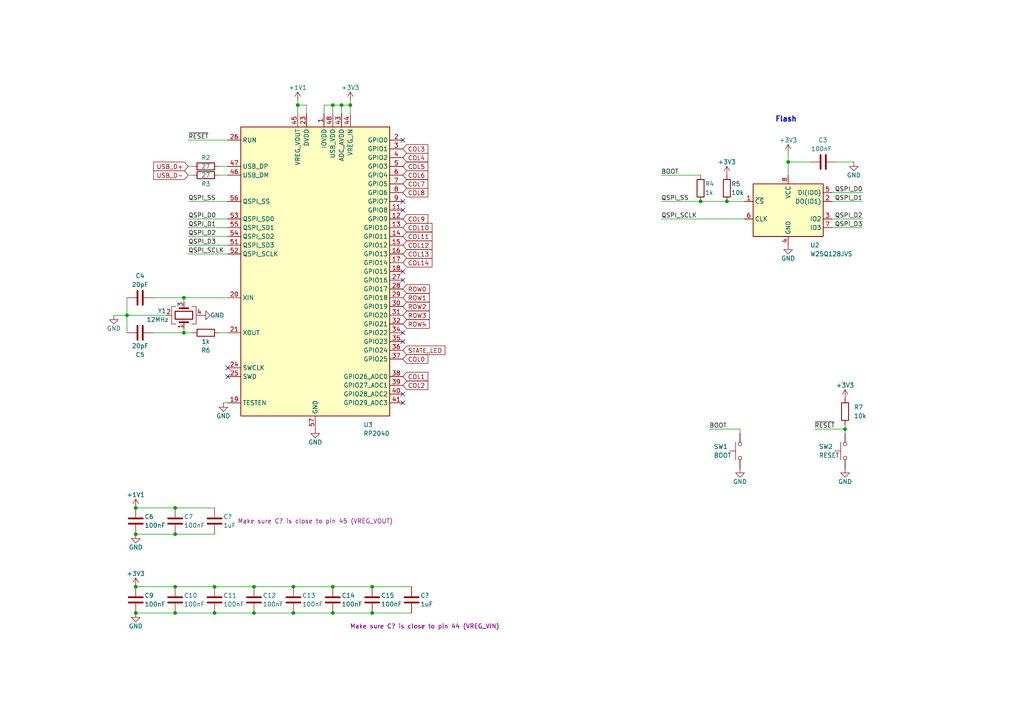
<source format=kicad_sch>
(kicad_sch (version 20230121) (generator eeschema)
  (paper "A4")
  (lib_symbols
    (symbol "Device:C" (pin_numbers hide) (pin_names (offset 0.254))
      (property "Reference" "C" (at 0.635 2.54 0))
      (property "Value" "C" (at 0.635 -2.54 0))
      (symbol "C_0_1"
        (polyline (pts (xy -2.032 -0.762) (xy 2.032 -0.762)) (stroke (width 0.508)))
        (polyline (pts (xy -2.032 0.762) (xy 2.032 0.762)) (stroke (width 0.508)))
      )
      (symbol "C_1_1"
        (pin passive line (at 0 3.81 270) (length 2.794) (name "~") (number "1"))
        (pin passive line (at 0 -3.81 90) (length 2.794) (name "~") (number "2"))
      )
    )
    (symbol "Device:Crystal_GND24" (pin_names (offset 1.016) hide)
      (property "Reference" "Y" (at 3.175 5.08 0))
      (property "Value" "Crystal_GND24" (at 3.175 3.175 0))
      (symbol "Crystal_GND24_0_1"
        (rectangle (start -1.143 2.54) (end 1.143 -2.54) (stroke (width 0.3048)))
        (polyline (pts (xy -2.54 0) (xy -2.032 0)))
        (polyline (pts (xy -2.032 -1.27) (xy -2.032 1.27)) (stroke (width 0.508)))
        (polyline (pts (xy 0 -3.81) (xy 0 -3.556)))
        (polyline (pts (xy 0 3.556) (xy 0 3.81)))
        (polyline (pts (xy 2.032 -1.27) (xy 2.032 1.27)) (stroke (width 0.508)))
        (polyline (pts (xy 2.032 0) (xy 2.54 0)))
        (polyline (pts (xy -2.54 -2.286) (xy -2.54 -3.556) (xy 2.54 -3.556) (xy 2.54 -2.286)))
        (polyline (pts (xy -2.54 2.286) (xy -2.54 3.556) (xy 2.54 3.556) (xy 2.54 2.286)))
      )
      (symbol "Crystal_GND24_1_1"
        (pin passive line (at -3.81 0 0) (length 1.27) (name "1") (number "1"))
        (pin passive line (at 0 5.08 270) (length 1.27) (name "2") (number "2"))
        (pin passive line (at 3.81 0 180) (length 1.27) (name "3") (number "3"))
        (pin passive line (at 0 -5.08 90) (length 1.27) (name "4") (number "4"))
      )
    )
    (symbol "Device:R" (pin_numbers hide) (pin_names (offset 0))
      (property "Reference" "R" (at 2.032 0 90))
      (property "Value" "R" (at 0 0 90))
      (symbol "R_0_1"
        (rectangle (start -1.016 -2.54) (end 1.016 2.54) (stroke (width 0.254)))
      )
      (symbol "R_1_1"
        (pin passive line (at 0 3.81 270) (length 1.27) (name "~") (number "1"))
        (pin passive line (at 0 -3.81 90) (length 1.27) (name "~") (number "2"))
      )
    )
    (symbol "MCU_RaspberryPi:RP2040"
      (property "Reference" "U" (at 17.78 45.72 0))
      (property "Value" "RP2040" (at 17.78 43.18 0))
      (symbol "RP2040_0_1"
        (rectangle (start -21.59 41.91) (end 21.59 -41.91) (stroke (width 0.254)) (fill (type background)))
      )
      (symbol "RP2040_1_1"
        (pin power_in line (at 2.54 45.72 270) (length 3.81) (name "IOVDD") (number "1"))
        (pin passive line (at 2.54 45.72 270) (length 3.81) hide (name "IOVDD") (number "10"))
        (pin bidirectional line (at 25.4 17.78 180) (length 3.81) (name "GPIO8") (number "11"))
        (pin bidirectional line (at 25.4 15.24 180) (length 3.81) (name "GPIO9") (number "12"))
        (pin bidirectional line (at 25.4 12.7 180) (length 3.81) (name "GPIO10") (number "13"))
        (pin bidirectional line (at 25.4 10.16 180) (length 3.81) (name "GPIO11") (number "14"))
        (pin bidirectional line (at 25.4 7.62 180) (length 3.81) (name "GPIO12") (number "15"))
        (pin bidirectional line (at 25.4 5.08 180) (length 3.81) (name "GPIO13") (number "16"))
        (pin bidirectional line (at 25.4 2.54 180) (length 3.81) (name "GPIO14") (number "17"))
        (pin bidirectional line (at 25.4 0 180) (length 3.81) (name "GPIO15") (number "18"))
        (pin input line (at -25.4 -38.1 0) (length 3.81) (name "TESTEN") (number "19"))
        (pin bidirectional line (at 25.4 38.1 180) (length 3.81) (name "GPIO0") (number "2"))
        (pin input line (at -25.4 -7.62 0) (length 3.81) (name "XIN") (number "20"))
        (pin passive line (at -25.4 -17.78 0) (length 3.81) (name "XOUT") (number "21"))
        (pin passive line (at 2.54 45.72 270) (length 3.81) hide (name "IOVDD") (number "22"))
        (pin power_in line (at -2.54 45.72 270) (length 3.81) (name "DVDD") (number "23"))
        (pin output line (at -25.4 -27.94 0) (length 3.81) (name "SWCLK") (number "24"))
        (pin bidirectional line (at -25.4 -30.48 0) (length 3.81) (name "SWD") (number "25"))
        (pin input line (at -25.4 38.1 0) (length 3.81) (name "RUN") (number "26"))
        (pin bidirectional line (at 25.4 -2.54 180) (length 3.81) (name "GPIO16") (number "27"))
        (pin bidirectional line (at 25.4 -5.08 180) (length 3.81) (name "GPIO17") (number "28"))
        (pin bidirectional line (at 25.4 -7.62 180) (length 3.81) (name "GPIO18") (number "29"))
        (pin bidirectional line (at 25.4 35.56 180) (length 3.81) (name "GPIO1") (number "3"))
        (pin bidirectional line (at 25.4 -10.16 180) (length 3.81) (name "GPIO19") (number "30"))
        (pin bidirectional line (at 25.4 -12.7 180) (length 3.81) (name "GPIO20") (number "31"))
        (pin bidirectional line (at 25.4 -15.24 180) (length 3.81) (name "GPIO21") (number "32"))
        (pin passive line (at 2.54 45.72 270) (length 3.81) hide (name "IOVDD") (number "33"))
        (pin bidirectional line (at 25.4 -17.78 180) (length 3.81) (name "GPIO22") (number "34"))
        (pin bidirectional line (at 25.4 -20.32 180) (length 3.81) (name "GPIO23") (number "35"))
        (pin bidirectional line (at 25.4 -22.86 180) (length 3.81) (name "GPIO24") (number "36"))
        (pin bidirectional line (at 25.4 -25.4 180) (length 3.81) (name "GPIO25") (number "37"))
        (pin bidirectional line (at 25.4 -30.48 180) (length 3.81) (name "GPIO26_ADC0") (number "38"))
        (pin bidirectional line (at 25.4 -33.02 180) (length 3.81) (name "GPIO27_ADC1") (number "39"))
        (pin bidirectional line (at 25.4 33.02 180) (length 3.81) (name "GPIO2") (number "4"))
        (pin bidirectional line (at 25.4 -35.56 180) (length 3.81) (name "GPIO28_ADC2") (number "40"))
        (pin bidirectional line (at 25.4 -38.1 180) (length 3.81) (name "GPIO29_ADC3") (number "41"))
        (pin passive line (at 2.54 45.72 270) (length 3.81) hide (name "IOVDD") (number "42"))
        (pin power_in line (at 7.62 45.72 270) (length 3.81) (name "ADC_AVDD") (number "43"))
        (pin power_in line (at 10.16 45.72 270) (length 3.81) (name "VREG_IN") (number "44"))
        (pin power_out line (at -5.08 45.72 270) (length 3.81) (name "VREG_VOUT") (number "45"))
        (pin bidirectional line (at -25.4 27.94 0) (length 3.81) (name "USB_DM") (number "46"))
        (pin bidirectional line (at -25.4 30.48 0) (length 3.81) (name "USB_DP") (number "47"))
        (pin power_in line (at 5.08 45.72 270) (length 3.81) (name "USB_VDD") (number "48"))
        (pin passive line (at 2.54 45.72 270) (length 3.81) hide (name "IOVDD") (number "49"))
        (pin bidirectional line (at 25.4 30.48 180) (length 3.81) (name "GPIO3") (number "5"))
        (pin passive line (at -2.54 45.72 270) (length 3.81) hide (name "DVDD") (number "50"))
        (pin bidirectional line (at -25.4 7.62 0) (length 3.81) (name "QSPI_SD3") (number "51"))
        (pin output line (at -25.4 5.08 0) (length 3.81) (name "QSPI_SCLK") (number "52"))
        (pin bidirectional line (at -25.4 15.24 0) (length 3.81) (name "QSPI_SD0") (number "53"))
        (pin bidirectional line (at -25.4 10.16 0) (length 3.81) (name "QSPI_SD2") (number "54"))
        (pin bidirectional line (at -25.4 12.7 0) (length 3.81) (name "QSPI_SD1") (number "55"))
        (pin bidirectional line (at -25.4 20.32 0) (length 3.81) (name "QSPI_SS") (number "56"))
        (pin power_in line (at 0 -45.72 90) (length 3.81) (name "GND") (number "57"))
        (pin bidirectional line (at 25.4 27.94 180) (length 3.81) (name "GPIO4") (number "6"))
        (pin bidirectional line (at 25.4 25.4 180) (length 3.81) (name "GPIO5") (number "7"))
        (pin bidirectional line (at 25.4 22.86 180) (length 3.81) (name "GPIO6") (number "8"))
        (pin bidirectional line (at 25.4 20.32 180) (length 3.81) (name "GPIO7") (number "9"))
      )
    )
    (symbol "Memory_Flash:W25Q128JVS"
      (property "Reference" "U" (at -8.89 8.89 0))
      (property "Value" "W25Q128JVS" (at 7.62 8.89 0))
      (symbol "W25Q128JVS_0_1"
        (rectangle (start -10.16 7.62) (end 10.16 -7.62) (stroke (width 0.254)) (fill (type background)))
      )
      (symbol "W25Q128JVS_1_1"
        (pin input line (at -12.7 2.54 0) (length 2.54) (name "~{CS}") (number "1"))
        (pin bidirectional line (at 12.7 2.54 180) (length 2.54) (name "DO(IO1)") (number "2"))
        (pin bidirectional line (at 12.7 -2.54 180) (length 2.54) (name "IO2") (number "3"))
        (pin power_in line (at 0 -10.16 90) (length 2.54) (name "GND") (number "4"))
        (pin bidirectional line (at 12.7 5.08 180) (length 2.54) (name "DI(IO0)") (number "5"))
        (pin input line (at -12.7 -2.54 0) (length 2.54) (name "CLK") (number "6"))
        (pin bidirectional line (at 12.7 -5.08 180) (length 2.54) (name "IO3") (number "7"))
        (pin power_in line (at 0 10.16 270) (length 2.54) (name "VCC") (number "8"))
      )
    )
    (symbol "SW_Push_1" (pin_numbers hide) (pin_names (offset 1.016) hide)
      (property "Reference" "SW1" (at -7.62 1.27 90))
      (property "Value" "BOOT" (at -7.62 -1.27 90))
      (symbol "SW_Push_1_0_1"
        (circle (center -2.032 0) (radius 0.508))
        (polyline (pts (xy 0 1.27) (xy 0 3.048)))
        (polyline (pts (xy 2.54 1.27) (xy -2.54 1.27)))
        (circle (center 2.032 0) (radius 0.508))
        (pin passive line (at -5.08 0 0) (length 2.54) (name "1") (number "1"))
        (pin passive line (at 5.08 0 180) (length 2.54) (name "2") (number "2"))
      )
    )
    (symbol "Switch:SW_Push" (pin_numbers hide) (pin_names (offset 1.016) hide)
      (property "Reference" "SW2" (at -8.89 1.27 90))
      (property "Value" "RESET" (at -8.89 -1.27 90))
      (symbol "SW_Push_0_1"
        (circle (center -2.032 0) (radius 0.508))
        (polyline (pts (xy 0 1.27) (xy 0 3.048)))
        (polyline (pts (xy 2.54 1.27) (xy -2.54 1.27)))
        (circle (center 2.032 0) (radius 0.508))
        (pin passive line (at -5.08 0 0) (length 2.54) (name "1") (number "1"))
        (pin passive line (at 5.08 0 180) (length 2.54) (name "2") (number "2"))
      )
    )
    (symbol "power:+1V1" (power) (pin_names (offset 0))
      (property "Value" "+1V1" (at 0 3.556 0))
      (symbol "+1V1_0_1"
        (polyline (pts (xy -0.762 1.27) (xy 0 2.54)))
        (polyline (pts (xy 0 0) (xy 0 2.54)))
        (polyline (pts (xy 0 2.54) (xy 0.762 1.27)))
      )
      (symbol "+1V1_1_1"
        (pin power_in line (at 0 0 90) (length 0) hide (name "+1V1") (number "1"))
      )
    )
    (symbol "power:+3V3" (power) (pin_names (offset 0))
      (property "Value" "+3V3" (at 0 3.556 0))
      (symbol "+3V3_0_1"
        (polyline (pts (xy -0.762 1.27) (xy 0 2.54)))
        (polyline (pts (xy 0 0) (xy 0 2.54)))
        (polyline (pts (xy 0 2.54) (xy 0.762 1.27)))
      )
      (symbol "+3V3_1_1"
        (pin power_in line (at 0 0 90) (length 0) hide (name "+3V3") (number "1"))
      )
    )
    (symbol "power:GND" (power) (pin_names (offset 0))
      (property "Value" "GND" (at 0 -3.81 0))
      (symbol "GND_0_1"
        (polyline (pts (xy 0 0) (xy 0 -1.27) (xy 1.27 -1.27) (xy 0 -2.54) (xy -1.27 -1.27) (xy 0 -1.27)))
      )
      (symbol "GND_1_1"
        (pin power_in line (at 0 0 270) (length 0) hide (name "GND") (number "1"))
      )
    )
  )
  (junction (at 210.82 58.42))
  (junction (at 101.6 30.48))
  (junction (at 50.8 177.8))
  (junction (at 73.66 177.8))
  (junction (at 96.52 170.18))
  (junction (at 85.09 170.18))
  (junction (at 96.52 177.8))
  (junction (at 62.23 177.8))
  (junction (at 39.37 177.8))
  (junction (at 39.37 154.94))
  (junction (at 245.11 124.46))
  (junction (at 107.95 177.8))
  (junction (at 53.34 96.52))
  (junction (at 85.09 177.8))
  (junction (at 203.2 58.42))
  (junction (at 73.66 170.18))
  (junction (at 39.37 147.32))
  (junction (at 86.36 30.48))
  (junction (at 96.52 30.48))
  (junction (at 39.37 170.18))
  (junction (at 99.06 30.48))
  (junction (at 107.95 170.18))
  (junction (at 50.8 154.94))
  (junction (at 50.8 147.32))
  (junction (at 228.6 46.99))
  (junction (at 53.34 86.36))
  (junction (at 62.23 170.18))
  (junction (at 50.8 170.18))
  (junction (at 36.83 91.44))
  (no_connect (at 116.84 40.64))
  (no_connect (at 116.84 96.52))
  (no_connect (at 116.84 81.28))
  (no_connect (at 116.84 99.06))
  (no_connect (at 116.84 116.84))
  (no_connect (at 66.04 106.68))
  (no_connect (at 66.04 109.22))
  (no_connect (at 116.84 58.42))
  (no_connect (at 116.84 78.74))
  (no_connect (at 116.84 60.96))
  (no_connect (at 116.84 114.3))
  (wire (pts (xy 250.19 58.42) (xy 241.3 58.42)))
  (wire (pts (xy 53.34 95.25) (xy 53.34 96.52)))
  (wire (pts (xy 96.52 170.18) (xy 107.95 170.18)))
  (wire (pts (xy 73.66 170.18) (xy 85.09 170.18)))
  (wire (pts (xy 54.61 73.66) (xy 66.04 73.66)))
  (wire (pts (xy 62.23 170.18) (xy 73.66 170.18)))
  (wire (pts (xy 39.37 147.32) (xy 50.8 147.32)))
  (wire (pts (xy 54.61 48.26) (xy 55.88 48.26)))
  (wire (pts (xy 63.5 48.26) (xy 66.04 48.26)))
  (wire (pts (xy 96.52 30.48) (xy 99.06 30.48)))
  (wire (pts (xy 191.77 50.8) (xy 203.2 50.8)))
  (wire (pts (xy 86.36 30.48) (xy 86.36 33.02)))
  (wire (pts (xy 250.19 55.88) (xy 241.3 55.88)))
  (wire (pts (xy 96.52 177.8) (xy 107.95 177.8)))
  (wire (pts (xy 96.52 30.48) (xy 96.52 33.02)))
  (wire (pts (xy 54.61 66.04) (xy 66.04 66.04)))
  (wire (pts (xy 50.8 154.94) (xy 62.23 154.94)))
  (wire (pts (xy 62.23 177.8) (xy 73.66 177.8)))
  (wire (pts (xy 191.77 63.5) (xy 215.9 63.5)))
  (wire (pts (xy 86.36 29.21) (xy 86.36 30.48)))
  (wire (pts (xy 107.95 170.18) (xy 119.38 170.18)))
  (wire (pts (xy 245.11 125.73) (xy 245.11 124.46)))
  (wire (pts (xy 93.98 30.48) (xy 96.52 30.48)))
  (wire (pts (xy 54.61 63.5) (xy 66.04 63.5)))
  (wire (pts (xy 210.82 58.42) (xy 215.9 58.42)))
  (wire (pts (xy 250.19 66.04) (xy 241.3 66.04)))
  (wire (pts (xy 236.22 124.46) (xy 245.11 124.46)))
  (wire (pts (xy 63.5 50.8) (xy 66.04 50.8)))
  (wire (pts (xy 54.61 68.58) (xy 66.04 68.58)))
  (wire (pts (xy 250.19 63.5) (xy 241.3 63.5)))
  (wire (pts (xy 39.37 170.18) (xy 50.8 170.18)))
  (wire (pts (xy 93.98 30.48) (xy 93.98 33.02)))
  (wire (pts (xy 39.37 154.94) (xy 50.8 154.94)))
  (wire (pts (xy 228.6 44.45) (xy 228.6 46.99)))
  (wire (pts (xy 85.09 170.18) (xy 96.52 170.18)))
  (wire (pts (xy 191.77 58.42) (xy 203.2 58.42)))
  (wire (pts (xy 50.8 147.32) (xy 62.23 147.32)))
  (wire (pts (xy 73.66 177.8) (xy 85.09 177.8)))
  (wire (pts (xy 99.06 30.48) (xy 99.06 33.02)))
  (wire (pts (xy 101.6 30.48) (xy 99.06 30.48)))
  (wire (pts (xy 234.95 46.99) (xy 228.6 46.99)))
  (wire (pts (xy 50.8 170.18) (xy 62.23 170.18)))
  (wire (pts (xy 33.02 91.44) (xy 36.83 91.44)))
  (wire (pts (xy 86.36 30.48) (xy 88.9 30.48)))
  (wire (pts (xy 53.34 96.52) (xy 55.88 96.52)))
  (wire (pts (xy 54.61 58.42) (xy 66.04 58.42)))
  (wire (pts (xy 247.65 46.99) (xy 242.57 46.99)))
  (wire (pts (xy 101.6 33.02) (xy 101.6 30.48)))
  (wire (pts (xy 39.37 177.8) (xy 50.8 177.8)))
  (wire (pts (xy 245.11 124.46) (xy 245.11 123.19)))
  (wire (pts (xy 85.09 177.8) (xy 96.52 177.8)))
  (wire (pts (xy 203.2 58.42) (xy 210.82 58.42)))
  (wire (pts (xy 228.6 46.99) (xy 228.6 50.8)))
  (wire (pts (xy 214.63 124.46) (xy 214.63 125.73)))
  (wire (pts (xy 54.61 50.8) (xy 55.88 50.8)))
  (wire (pts (xy 107.95 177.8) (xy 119.38 177.8)))
  (wire (pts (xy 36.83 86.36) (xy 36.83 91.44)))
  (wire (pts (xy 36.83 91.44) (xy 48.26 91.44)))
  (wire (pts (xy 53.34 86.36) (xy 53.34 87.63)))
  (wire (pts (xy 36.83 91.44) (xy 36.83 96.52)))
  (wire (pts (xy 54.61 40.64) (xy 66.04 40.64)))
  (wire (pts (xy 88.9 30.48) (xy 88.9 33.02)))
  (wire (pts (xy 54.61 71.12) (xy 66.04 71.12)))
  (wire (pts (xy 50.8 177.8) (xy 62.23 177.8)))
  (wire (pts (xy 44.45 86.36) (xy 53.34 86.36)))
  (wire (pts (xy 205.74 124.46) (xy 214.63 124.46)))
  (wire (pts (xy 44.45 96.52) (xy 53.34 96.52)))
  (wire (pts (xy 63.5 96.52) (xy 66.04 96.52)))
  (wire (pts (xy 64.77 116.84) (xy 66.04 116.84)))
  (wire (pts (xy 101.6 29.21) (xy 101.6 30.48)))
  (wire (pts (xy 53.34 86.36) (xy 66.04 86.36)))
  (text "Flash" (at 224.79 35.56 0) (effects (font (size 1.5 1.5) bold) (justify left bottom)))
  (label "QSPI_SS" (at 54.61 58.42 0))
  (label "~{RESET}" (at 236.22 124.46 0))
  (label "~{RESET}" (at 54.61 40.64 0))
  (label "QSPI_D2" (at 250.19 63.5 180))
  (label "QSPI_D1" (at 54.61 66.04 0))
  (label "QSPI_D0" (at 54.61 63.5 0))
  (label "QSPI_D0" (at 250.19 55.88 180))
  (label "BOOT" (at 205.74 124.46 0))
  (label "QSPI_SS" (at 191.77 58.42 0))
  (label "QSPI_SCLK" (at 191.77 63.5 0))
  (label "QSPI_D3" (at 54.61 71.12 0))
  (label "BOOT" (at 191.77 50.8 0))
  (label "QSPI_D2" (at 54.61 68.58 0))
  (label "QSPI_D3" (at 250.19 66.04 180))
  (label "QSPI_SCLK" (at 54.61 73.66 0))
  (label "QSPI_D1" (at 250.19 58.42 180))
  (global_label "ROW1" (shape input) (at 116.84 86.36 0) (property "Intersheetrefs" "${INTERSHEET_REFS}" (effects hide)))
  (global_label "COL11" (shape input) (at 116.84 68.58 0) (property "Intersheetrefs" "${INTERSHEET_REFS}" (effects hide)))
  (global_label "USB_D-" (shape input) (at 54.61 50.8 180) (property "Intersheetrefs" "${INTERSHEET_REFS}" (effects hide)))
  (global_label "COL9" (shape input) (at 116.84 63.5 0) (property "Intersheetrefs" "${INTERSHEET_REFS}" (effects hide)))
  (global_label "COL13" (shape input) (at 116.84 73.66 0) (property "Intersheetrefs" "${INTERSHEET_REFS}" (effects hide)))
  (global_label "ROW0" (shape input) (at 116.84 83.82 0) (property "Intersheetrefs" "${INTERSHEET_REFS}" (effects hide)))
  (global_label "ROW4" (shape input) (at 116.84 93.98 0) (property "Intersheetrefs" "${INTERSHEET_REFS}" (effects hide)))
  (global_label "COL4" (shape input) (at 116.84 45.72 0) (property "Intersheetrefs" "${INTERSHEET_REFS}" (effects hide)))
  (global_label "COL14" (shape input) (at 116.84 76.2 0) (property "Intersheetrefs" "${INTERSHEET_REFS}" (effects hide)))
  (global_label "COL3" (shape input) (at 116.84 43.18 0) (property "Intersheetrefs" "${INTERSHEET_REFS}" (effects hide)))
  (global_label "COL8" (shape input) (at 116.84 55.88 0) (property "Intersheetrefs" "${INTERSHEET_REFS}" (effects hide)))
  (global_label "STATE_LED" (shape input) (at 116.84 101.6 0) (property "Intersheetrefs" "${INTERSHEET_REFS}" (effects hide)))
  (global_label "COL6" (shape input) (at 116.84 50.8 0) (property "Intersheetrefs" "${INTERSHEET_REFS}" (effects hide)))
  (global_label "ROW2" (shape input) (at 116.84 88.9 0) (property "Intersheetrefs" "${INTERSHEET_REFS}" (effects hide)))
  (global_label "COL5" (shape input) (at 116.84 48.26 0) (property "Intersheetrefs" "${INTERSHEET_REFS}" (effects hide)))
  (global_label "COL12" (shape input) (at 116.84 71.12 0) (property "Intersheetrefs" "${INTERSHEET_REFS}" (effects hide)))
  (global_label "COL10" (shape input) (at 116.84 66.04 0) (property "Intersheetrefs" "${INTERSHEET_REFS}" (effects hide)))
  (global_label "COL7" (shape input) (at 116.84 53.34 0) (property "Intersheetrefs" "${INTERSHEET_REFS}" (effects hide)))
  (global_label "COL0" (shape input) (at 116.84 104.14 0) (property "Intersheetrefs" "${INTERSHEET_REFS}" (effects hide)))
  (global_label "ROW3" (shape input) (at 116.84 91.44 0) (property "Intersheetrefs" "${INTERSHEET_REFS}" (effects hide)))
  (global_label "COL2" (shape input) (at 116.84 111.76 0) (property "Intersheetrefs" "${INTERSHEET_REFS}" (effects hide)))
  (global_label "USB_D+" (shape input) (at 54.61 48.26 180) (property "Intersheetrefs" "${INTERSHEET_REFS}" (effects hide)))
  (global_label "COL1" (shape input) (at 116.84 109.22 0) (property "Intersheetrefs" "${INTERSHEET_REFS}" (effects hide)))
  (symbol (lib_id "power:GND") (at 91.44 124.46 0) (unit 1)
    (property "Reference" "#PWR019" (effects hide))
    (property "Value" "GND" (at 91.44 128.27 0))
  )
  (symbol (lib_id "Device:C") (at 39.37 173.99 0) (unit 1)
    (property "Reference" "C9" (at 41.91 172.72 0) (effects (justify left)))
    (property "Value" "100nF" (at 41.91 175.26 0) (effects (justify left)))
    (property "Footprint" "Capacitor_SMD:C_0402_1005Metric" (effects hide))
    (property "MFR. Part #" "CL05B104KO5NNNC" (effects hide))
    (property "LCSC" "C1525" (effects hide))
  )
  (symbol (lib_id "Device:R") (at 59.69 50.8 90) (unit 1)
    (property "Reference" "R3" (at 59.69 53.34 90))
    (property "Value" "27" (at 59.69 50.8 90))
    (property "Footprint" "Resistor_SMD:R_0603_1608Metric" (effects hide))
    (property "MFR. Part #" "0603WAF270JT5E" (effects hide))
    (property "LCSC" "C25190" (effects hide))
  )
  (symbol (lib_id "Device:Crystal_GND24") (at 53.34 91.44 90) (unit 1)
    (property "Reference" "Y1" (at 46.99 90.17 90))
    (property "Value" "12MHz" (at 45.72 92.71 90))
    (property "Footprint" "Crystal:Crystal_SMD_3225-4Pin_3.2x2.5mm" (effects hide))
    (property "MFR. Part #" "X322512MSB4SI" (effects hide))
    (property "LCSC" "C9002" (effects hide))
  )
  (symbol (lib_id "Device:C") (at 40.64 86.36 90) (unit 1)
    (property "Reference" "C4" (at 40.64 80.01 90))
    (property "Value" "20pF" (at 40.64 82.55 90))
    (property "Footprint" "Capacitor_SMD:C_0402_1005Metric" (effects hide))
    (property "MFR. Part #" "0402CG200J500NT" (effects hide))
    (property "LCSC" "C1554" (effects hide))
  )
  (symbol (lib_id "Device:C") (at 238.76 46.99 90) (unit 1)
    (property "Reference" "C3" (at 240.03 40.64 90) (effects (justify left)))
    (property "Value" "100nF" (at 241.3 43.18 90) (effects (justify left)))
    (property "Footprint" "Capacitor_SMD:C_0402_1005Metric" (effects hide))
    (property "MFR. Part #" "CL05B104KO5NNNC" (effects hide))
    (property "LCSC" "C1525" (effects hide))
  )
  (symbol (lib_id "Device:R") (at 203.2 54.61 0) (mirror y) (unit 1)
    (property "Reference" "R4" (at 204.47 53.34 0) (effects (justify right)))
    (property "Value" "1k" (at 204.47 55.88 0) (effects (justify right)))
    (property "Footprint" "Resistor_SMD:R_0402_1005Metric" (effects hide))
    (property "MFR. Part #" "0402WGF1001TCE " (effects hide))
    (property "LCSC" "C11702" (effects hide))
  )
  (symbol (lib_id "power:GND") (at 247.65 46.99 0) (unit 1)
    (property "Reference" "#PWR012" (effects hide))
    (property "Value" "GND" (at 247.65 50.8 0))
  )
  (symbol (lib_id "power:GND") (at 214.63 135.89 0) (unit 1)
    (property "Reference" "#PWR020" (effects hide))
    (property "Value" "GND" (at 214.63 139.7 0))
  )
  (symbol (lib_id "power:GND") (at 58.42 91.44 90) (unit 1)
    (property "Reference" "#PWR016" (effects hide))
    (property "Value" "GND" (at 60.96 91.44 90) (effects (justify right)))
  )
  (symbol (lib_id "Switch:SW_Push") (at 245.11 130.81 90) (unit 1)
    (property "Reference" "SW2" (at 237.49 129.54 90) (effects (justify right)))
    (property "Value" "RESET" (at 237.49 132.08 90) (effects (justify right)))
    (property "Footprint" "Button_Switch_SMD:SW_SPST_TL3342" (effects hide))
    (property "MFR. Part #" "TS-1064S-A1B2-D4" (effects hide))
    (property "LCSC" "C498294" (effects hide))
  )
  (symbol (lib_id "Device:C") (at 40.64 96.52 90) (unit 1)
    (property "Reference" "C5" (at 40.64 102.87 90))
    (property "Value" "20pF" (at 40.64 100.33 90))
    (property "Footprint" "Capacitor_SMD:C_0402_1005Metric" (effects hide))
    (property "MFR. Part #" "0402CG200J500NT" (effects hide))
    (property "LCSC" "C1554" (effects hide))
  )
  (symbol (lib_id "Device:C") (at 62.23 173.99 0) (unit 1)
    (property "Reference" "C11" (at 64.77 172.72 0) (effects (justify left)))
    (property "Value" "100nF" (at 64.77 175.26 0) (effects (justify left)))
    (property "Footprint" "Capacitor_SMD:C_0402_1005Metric" (effects hide))
    (property "MFR. Part #" "CL05B104KO5NNNC" (effects hide))
    (property "LCSC" "C1525" (effects hide))
  )
  (symbol (lib_name "SW_Push_1") (lib_id "Switch:SW_Push") (at 214.63 130.81 90) (unit 1)
    (property "Reference" "SW1" (at 207.01 129.54 90) (effects (justify right)))
    (property "Value" "BOOT" (at 207.01 132.08 90) (effects (justify right)))
    (property "Footprint" "Button_Switch_SMD:SW_SPST_TL3342" (effects hide))
    (property "MFR. Part #" "TS-1064S-A1B2-D4" (effects hide))
    (property "LCSC" "C498294" (effects hide))
  )
  (symbol (lib_id "Device:C") (at 119.38 173.99 0) (unit 1)
    (property "Reference" "C?" (at 121.92 172.72 0) (effects (justify left)))
    (property "Value" "1uF" (at 121.92 175.26 0) (effects (justify left)))
    (property "Footprint" "Capacitor_SMD:C_0402_1005Metric" (effects hide))
    (property "MFR. Part #" "CL05A105KA5NQNC" (effects hide))
    (property "Note" "Make sure ${REFERENCE} is close to pin 44 (VREG_VIN)" (at 123.19 181.61 0))
    (property "LCSC" "C52923" (effects hide))
    (instances (project "" (path "" (reference "C?") (unit 1))) (project "" (path "" (reference "C?") (unit 1))) (project "" (path "" (reference "C?") (unit 1))) (project "" (path "" (reference "C?") (unit 1))) (project "" (path "" (reference "C?") (unit 1))) (project "" (path "" (reference "C?") (unit 1))) (project "" (path "" (reference "C?") (unit 1))) (project "" (path "" (reference "C?") (unit 1))) (project "" (path "" (reference "C?") (unit 1))) (project "MS60_ls" (path "" (reference "C16") (unit 1)) (path "" (reference "C?") (unit 1)) (path "" (reference "C?") (unit 1))) (project "" (path "" (reference "C?") (unit 1))) (project "" (path "" (reference "C?") (unit 1))) (project "" (path "" (reference "C?") (unit 1))) (project "" (path "" (reference "C?") (unit 1))) (project "" (path "" (reference "C?") (unit 1))) (project "" (path "" (reference "C?") (unit 1))) (project "" (path "" (reference "C?") (unit 1))) (project "" (path "" (reference "C?") (unit 1))))
  )
  (symbol (lib_id "Device:C") (at 107.95 173.99 0) (unit 1)
    (property "Reference" "C15" (at 110.49 172.72 0) (effects (justify left)))
    (property "Value" "100nF" (at 110.49 175.26 0) (effects (justify left)))
    (property "Footprint" "Capacitor_SMD:C_0402_1005Metric" (effects hide))
    (property "MFR. Part #" "CL05B104KO5NNNC" (effects hide))
    (property "LCSC" "C1525" (effects hide))
  )
  (symbol (lib_id "power:GND") (at 39.37 154.94 0) (unit 1)
    (property "Reference" "#PWR023" (effects hide))
    (property "Value" "GND" (at 39.37 158.75 0))
  )
  (symbol (lib_id "MCU_RaspberryPi:RP2040") (at 91.44 78.74 0) (unit 1)
    (property "Reference" "U3" (at 105.41 123.19 0) (effects (justify left)))
    (property "Value" "RP2040" (at 105.41 125.73 0) (effects (justify left)))
    (property "Footprint" "Package_DFN_QFN:QFN-56-1EP_7x7mm_P0.4mm_EP3.2x3.2mm" (effects hide))
    (property "Datasheet" "https://datasheets.raspberrypi.com/rp2040/rp2040-datasheet.pdf" (effects hide))
    (property "MFR. Part #" "RP2040" (effects hide))
    (property "LCSC" "C2040" (effects hide))
  )
  (symbol (lib_id "Device:C") (at 50.8 151.13 0) (unit 1)
    (property "Reference" "C7" (at 53.34 149.86 0) (effects (justify left)))
    (property "Value" "100nF" (at 53.34 152.4 0) (effects (justify left)))
    (property "Footprint" "Capacitor_SMD:C_0402_1005Metric" (effects hide))
    (property "MFR. Part #" "CL05B104KO5NNNC" (effects hide))
    (property "LCSC" "C1525" (effects hide))
  )
  (symbol (lib_id "power:GND") (at 33.02 91.44 0) (unit 1)
    (property "Reference" "#PWR015" (effects hide))
    (property "Value" "GND" (at 33.02 95.25 0))
  )
  (symbol (lib_id "Device:R") (at 245.11 119.38 0) (unit 1)
    (property "Reference" "R7" (at 247.65 118.1099 0) (effects (justify left)))
    (property "Value" "10k" (at 247.65 120.6499 0) (effects (justify left)))
    (property "Footprint" "Resistor_SMD:R_0402_1005Metric" (effects hide))
    (property "MFR. Part #" "0402WGF1002TCE " (effects hide))
    (property "LCSC" "C25744" (effects hide))
  )
  (symbol (lib_id "power:+1V1") (at 39.37 147.32 0) (unit 1)
    (property "Reference" "#PWR022" (effects hide))
    (property "Value" "+1V1" (at 39.37 143.51 0))
  )
  (symbol (lib_id "Device:R") (at 59.69 48.26 90) (unit 1)
    (property "Reference" "R2" (at 59.69 45.72 90))
    (property "Value" "27" (at 59.69 48.26 90))
    (property "Footprint" "Resistor_SMD:R_0603_1608Metric" (effects hide))
    (property "MFR. Part #" "0603WAF270JT5E" (effects hide))
    (property "LCSC" "C25190" (effects hide))
  )
  (symbol (lib_id "power:GND") (at 39.37 177.8 0) (unit 1)
    (property "Reference" "#PWR025" (effects hide))
    (property "Value" "GND" (at 39.37 181.61 0))
  )
  (symbol (lib_id "Device:R") (at 59.69 96.52 90) (unit 1)
    (property "Reference" "R6" (at 59.69 101.6 90))
    (property "Value" "1k" (at 59.69 99.06 90))
    (property "Footprint" "Resistor_SMD:R_0402_1005Metric" (effects hide))
    (property "MFR. Part #" "0402WGF1001TCE " (effects hide))
    (property "LCSC" "C11702" (effects hide))
  )
  (symbol (lib_id "power:+3V3") (at 210.82 50.8 0) (unit 1)
    (property "Reference" "#PWR013" (effects hide))
    (property "Value" "+3V3" (at 210.82 46.99 0))
  )
  (symbol (lib_id "Device:C") (at 73.66 173.99 0) (unit 1)
    (property "Reference" "C12" (at 76.2 172.72 0) (effects (justify left)))
    (property "Value" "100nF" (at 76.2 175.26 0) (effects (justify left)))
    (property "Footprint" "Capacitor_SMD:C_0402_1005Metric" (effects hide))
    (property "MFR. Part #" "CL05B104KO5NNNC" (effects hide))
    (property "LCSC" "C1525" (effects hide))
  )
  (symbol (lib_id "Memory_Flash:W25Q128JVS") (at 228.6 60.96 0) (unit 1)
    (property "Reference" "U2" (at 234.95 71.12 0) (effects (justify left)))
    (property "Value" "W25Q128JVS" (at 234.95 73.66 0) (effects (justify left)))
    (property "Footprint" "Package_SO:SOIC-8_5.23x5.23mm_P1.27mm" (effects hide))
    (property "Datasheet" "http://www.winbond.com/resource-files/w25q128jv_dtr%20revc%2003272018%20plus.pdf" (effects hide))
    (property "LCSC" "C97521" (effects hide))
    (property "MFR. Part #" "W25Q128JVSIQ" (effects hide))
  )
  (symbol (lib_id "power:+3V3") (at 101.6 29.21 0) (unit 1)
    (property "Reference" "#PWR010" (effects hide))
    (property "Value" "+3V3" (at 101.6 25.4 0))
  )
  (symbol (lib_id "Device:C") (at 39.37 151.13 0) (unit 1)
    (property "Reference" "C6" (at 41.91 149.86 0) (effects (justify left)))
    (property "Value" "100nF" (at 41.91 152.4 0) (effects (justify left)))
    (property "Footprint" "Capacitor_SMD:C_0402_1005Metric" (effects hide))
    (property "MFR. Part #" "CL05B104KO5NNNC" (effects hide))
    (property "LCSC" "C1525" (effects hide))
  )
  (symbol (lib_id "Device:C") (at 50.8 173.99 0) (unit 1)
    (property "Reference" "C10" (at 53.34 172.72 0) (effects (justify left)))
    (property "Value" "100nF" (at 53.34 175.26 0) (effects (justify left)))
    (property "Footprint" "Capacitor_SMD:C_0402_1005Metric" (effects hide))
    (property "MFR. Part #" "CL05B104KO5NNNC" (effects hide))
    (property "LCSC" "C1525" (effects hide))
  )
  (symbol (lib_id "power:GND") (at 245.11 135.89 0) (unit 1)
    (property "Reference" "#PWR021" (effects hide))
    (property "Value" "GND" (at 245.11 139.7 0))
  )
  (symbol (lib_id "Device:C") (at 85.09 173.99 0) (unit 1)
    (property "Reference" "C13" (at 87.63 172.72 0) (effects (justify left)))
    (property "Value" "100nF" (at 87.63 175.26 0) (effects (justify left)))
    (property "Footprint" "Capacitor_SMD:C_0402_1005Metric" (effects hide))
    (property "MFR. Part #" "CL05B104KO5NNNC" (effects hide))
    (property "LCSC" "C1525" (effects hide))
  )
  (symbol (lib_id "power:+3V3") (at 245.11 115.57 0) (unit 1)
    (property "Reference" "#PWR017" (effects hide))
    (property "Value" "+3V3" (at 245.11 111.76 0))
  )
  (symbol (lib_id "power:+3V3") (at 39.37 170.18 0) (unit 1)
    (property "Reference" "#PWR024" (effects hide))
    (property "Value" "+3V3" (at 39.37 166.37 0))
  )
  (symbol (lib_id "power:GND") (at 228.6 71.12 0) (unit 1)
    (property "Reference" "#PWR014" (effects hide))
    (property "Value" "GND" (at 228.6 74.93 0))
  )
  (symbol (lib_id "Device:C") (at 96.52 173.99 0) (unit 1)
    (property "Reference" "C14" (at 99.06 172.72 0) (effects (justify left)))
    (property "Value" "100nF" (at 99.06 175.26 0) (effects (justify left)))
    (property "Footprint" "Capacitor_SMD:C_0402_1005Metric" (effects hide))
    (property "MFR. Part #" "CL05B104KO5NNNC" (effects hide))
    (property "LCSC" "C1525" (effects hide))
  )
  (symbol (lib_id "Device:C") (at 62.23 151.13 0) (unit 1)
    (property "Reference" "C?" (at 64.77 149.86 0) (effects (justify left)))
    (property "Value" "1uF" (at 64.77 152.4 0) (effects (justify left)))
    (property "Footprint" "Capacitor_SMD:C_0402_1005Metric" (effects hide))
    (property "MFR. Part #" "CL05A105KA5NQNC" (effects hide))
    (property "Note" "Make sure ${REFERENCE} is close to pin 45 (VREG_VOUT)" (at 91.44 151.13 0))
    (property "LCSC" "C52923" (effects hide))
    (instances (project "" (path "" (reference "C?") (unit 1))) (project "" (path "" (reference "C?") (unit 1))) (project "" (path "" (reference "C?") (unit 1))) (project "" (path "" (reference "C?") (unit 1))) (project "" (path "" (reference "C?") (unit 1))) (project "" (path "" (reference "C?") (unit 1))) (project "" (path "" (reference "C?") (unit 1))) (project "" (path "" (reference "C?") (unit 1))) (project "" (path "" (reference "C?") (unit 1))) (project "MS60_ls" (path "" (reference "C8") (unit 1)) (path "" (reference "C?") (unit 1)) (path "" (reference "C?") (unit 1))) (project "" (path "" (reference "C?") (unit 1))) (project "" (path "" (reference "C?") (unit 1))) (project "" (path "" (reference "C?") (unit 1))) (project "" (path "" (reference "C?") (unit 1))) (project "" (path "" (reference "C?") (unit 1))) (project "" (path "" (reference "C?") (unit 1))) (project "" (path "" (reference "C?") (unit 1))) (project "" (path "" (reference "C?") (unit 1))))
  )
  (symbol (lib_id "power:+1V1") (at 86.36 29.21 0) (unit 1)
    (property "Reference" "#PWR09" (effects hide))
    (property "Value" "+1V1" (at 86.36 25.4 0))
  )
  (symbol (lib_id "power:+3V3") (at 228.6 44.45 0) (unit 1)
    (property "Reference" "#PWR011" (effects hide))
    (property "Value" "+3V3" (at 228.6 40.64 0))
  )
  (symbol (lib_id "power:GND") (at 64.77 116.84 0) (unit 1)
    (property "Reference" "#PWR018" (effects hide))
    (property "Value" "GND" (at 64.77 120.65 0))
  )
  (symbol (lib_id "Device:R") (at 210.82 54.61 0) (mirror y) (unit 1)
    (property "Reference" "R5" (at 212.09 53.34 0) (effects (justify right)))
    (property "Value" "10k" (at 212.09 55.88 0) (effects (justify right)))
    (property "Footprint" "Resistor_SMD:R_0402_1005Metric" (effects hide))
    (property "MFR. Part #" "0402WGF1002TCE " (effects hide))
    (property "LCSC" "C25744" (effects hide))
  )
)
</source>
